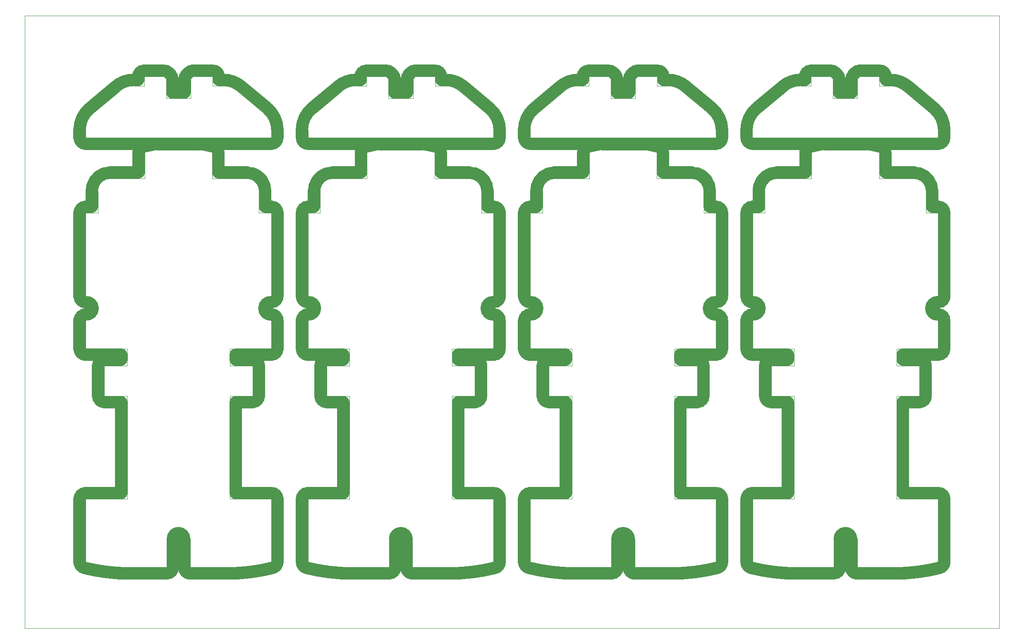
<source format=gko>
G04*
G04 #@! TF.GenerationSoftware,Altium Limited,Altium Designer,18.0.9 (584)*
G04*
G04 Layer_Color=16711935*
%FSLAX44Y44*%
%MOMM*%
G71*
G01*
G75*
%ADD80C,0.1000*%
%ADD155C,2.5000*%
D80*
X0Y0D02*
Y1255250D01*
X1995430D01*
Y0D02*
Y1255250D01*
X0Y0D02*
X1995430D01*
X175000Y921250D02*
G03*
X150807Y902550I0J-25000D01*
G01*
D02*
G03*
X150000Y896250I24193J-6300D01*
G01*
X480001D02*
G03*
X478732Y904113I-25000J0D01*
G01*
D02*
G03*
X455001Y921250I-23731J-7863D01*
G01*
X339001Y183634D02*
G03*
X291001Y183505I-24000J0D01*
G01*
X125000Y630714D02*
G03*
X125000Y680602I1673J24944D01*
G01*
X505001D02*
G03*
X505001Y630714I-1673J-24944D01*
G01*
X384301Y974948D02*
G03*
X360001Y980250I-69300J-259265D01*
G01*
X125000Y136112D02*
G03*
X215000Y125000I90000J358887D01*
G01*
X415001D02*
G03*
X505001Y136112I0J370000D01*
G01*
X270001Y980250D02*
G03*
X245700Y974948I45000J-264567D01*
G01*
X339001Y125000D02*
X415001D01*
X339001Y183634D02*
Y125000D01*
X215000D02*
X291001D01*
Y183505D02*
Y125000D01*
X245751Y974760D02*
Y921250D01*
X175000D02*
X245751D01*
X150000Y896250D02*
Y879644D01*
Y851250D01*
X125000D02*
X150000D01*
X125000D02*
Y680594D01*
X480001Y851250D02*
X505001D01*
X480001Y879132D02*
Y851250D01*
Y896250D02*
Y879132D01*
X384251Y921250D02*
X455001D01*
X384251Y974760D02*
Y921250D01*
X505001Y851250D02*
Y680594D01*
X125000Y630721D02*
Y573000D01*
X505001Y630721D02*
Y573000D01*
X125000D02*
X210000D01*
Y538200D01*
X163001D02*
X210000D01*
X163001D02*
Y476200D01*
X210000D01*
Y265000D01*
X125000D02*
X210000D01*
X420001D02*
X505001D01*
X420001Y476200D02*
Y265000D01*
Y476200D02*
X467001D01*
Y538200D02*
Y476200D01*
X420001Y538200D02*
X467001D01*
X420001Y573000D02*
Y538200D01*
Y573000D02*
X505001D01*
X270001Y980250D02*
X360001D01*
X505001Y265000D02*
Y136112D01*
X125000Y265000D02*
Y136112D01*
X630108Y921250D02*
G03*
X605915Y902550I0J-25000D01*
G01*
D02*
G03*
X605108Y896250I24193J-6300D01*
G01*
X935108D02*
G03*
X933839Y904113I-25000J0D01*
G01*
D02*
G03*
X910108Y921250I-23731J-7863D01*
G01*
X794108Y183634D02*
G03*
X746108Y183505I-24000J0D01*
G01*
X580107Y630714D02*
G03*
X580107Y680602I1673J24944D01*
G01*
X960109D02*
G03*
X960109Y630714I-1673J-24944D01*
G01*
X839408Y974948D02*
G03*
X815108Y980250I-69300J-259265D01*
G01*
X580108Y136112D02*
G03*
X670108Y125000I90000J358887D01*
G01*
X870108D02*
G03*
X960108Y136112I0J370000D01*
G01*
X725108Y980250D02*
G03*
X700808Y974948I45000J-264567D01*
G01*
X794108Y125000D02*
X870108D01*
X794108Y183634D02*
Y125000D01*
X670108D02*
X746108D01*
Y183505D02*
Y125000D01*
X700858Y974760D02*
Y921250D01*
X630108D02*
X700858D01*
X605108Y896250D02*
Y879644D01*
Y851250D01*
X580108D02*
X605108D01*
X580108D02*
Y680594D01*
X935108Y851250D02*
X960108D01*
X935108Y879132D02*
Y851250D01*
Y896250D02*
Y879132D01*
X839358Y921250D02*
X910108D01*
X839358Y974760D02*
Y921250D01*
X960108Y851250D02*
Y680594D01*
X580108Y630721D02*
Y573000D01*
X960108Y630721D02*
Y573000D01*
X580108D02*
X665108D01*
Y538200D01*
X618108D02*
X665108D01*
X618108D02*
Y476200D01*
X665108D01*
Y265000D01*
X580108D02*
X665108D01*
X875108D02*
X960108D01*
X875108Y476200D02*
Y265000D01*
Y476200D02*
X922108D01*
Y538200D02*
Y476200D01*
X875108Y538200D02*
X922108D01*
X875108Y573000D02*
Y538200D01*
Y573000D02*
X960108D01*
X725108Y980250D02*
X815108D01*
X960108Y265000D02*
Y136112D01*
X580108Y265000D02*
Y136112D01*
X1085216Y921250D02*
G03*
X1061022Y902550I0J-25000D01*
G01*
D02*
G03*
X1060215Y896250I24193J-6300D01*
G01*
X1390216D02*
G03*
X1388947Y904113I-25000J0D01*
G01*
D02*
G03*
X1365216Y921250I-23731J-7863D01*
G01*
X1249215Y183634D02*
G03*
X1201216Y183505I-24000J0D01*
G01*
X1035215Y630714D02*
G03*
X1035215Y680602I1673J24944D01*
G01*
X1415216D02*
G03*
X1415216Y630714I-1673J-24944D01*
G01*
X1294516Y974948D02*
G03*
X1270216Y980250I-69300J-259265D01*
G01*
X1035215Y136112D02*
G03*
X1125216Y125000I90000J358887D01*
G01*
X1325216D02*
G03*
X1415216Y136112I0J370000D01*
G01*
X1180216Y980250D02*
G03*
X1155915Y974948I45000J-264567D01*
G01*
X1249215Y125000D02*
X1325216D01*
X1249215Y183634D02*
Y125000D01*
X1125216D02*
X1201216D01*
Y183505D02*
Y125000D01*
X1155965Y974760D02*
Y921250D01*
X1085216D02*
X1155965D01*
X1060215Y896250D02*
Y879644D01*
Y851250D01*
X1035215D02*
X1060215D01*
X1035215D02*
Y680594D01*
X1390216Y851250D02*
X1415216D01*
X1390216Y879132D02*
Y851250D01*
Y896250D02*
Y879132D01*
X1294465Y921250D02*
X1365216D01*
X1294465Y974760D02*
Y921250D01*
X1415216Y851250D02*
Y680594D01*
X1035215Y630721D02*
Y573000D01*
X1415216Y630721D02*
Y573000D01*
X1035215D02*
X1120216D01*
Y538200D01*
X1073216D02*
X1120216D01*
X1073216D02*
Y476200D01*
X1120216D01*
Y265000D01*
X1035215D02*
X1120216D01*
X1330216D02*
X1415216D01*
X1330216Y476200D02*
Y265000D01*
Y476200D02*
X1377216D01*
Y538200D02*
Y476200D01*
X1330216Y538200D02*
X1377216D01*
X1330216Y573000D02*
Y538200D01*
Y573000D02*
X1415216D01*
X1180216Y980250D02*
X1270216D01*
X1415216Y265000D02*
Y136112D01*
X1035215Y265000D02*
Y136112D01*
X1540323Y921250D02*
G03*
X1516130Y902550I0J-25000D01*
G01*
D02*
G03*
X1515323Y896250I24193J-6300D01*
G01*
X1845323D02*
G03*
X1844055Y904113I-25000J0D01*
G01*
D02*
G03*
X1820323Y921250I-23731J-7863D01*
G01*
X1704323Y183634D02*
G03*
X1656323Y183505I-24000J0D01*
G01*
X1490322Y630714D02*
G03*
X1490322Y680602I1673J24944D01*
G01*
X1870324D02*
G03*
X1870324Y630714I-1673J-24944D01*
G01*
X1749623Y974948D02*
G03*
X1725323Y980250I-69300J-259265D01*
G01*
X1490323Y136112D02*
G03*
X1580323Y125000I90000J358887D01*
G01*
X1780323D02*
G03*
X1870323Y136112I0J370000D01*
G01*
X1635323Y980250D02*
G03*
X1611023Y974948I45000J-264567D01*
G01*
X1704323Y125000D02*
X1780323D01*
X1704323Y183634D02*
Y125000D01*
X1580323D02*
X1656323D01*
Y183505D02*
Y125000D01*
X1611073Y974760D02*
Y921250D01*
X1540323D02*
X1611073D01*
X1515323Y896250D02*
Y879644D01*
Y851250D01*
X1490323D02*
X1515323D01*
X1490323D02*
Y680594D01*
X1845323Y851250D02*
X1870323D01*
X1845323Y879132D02*
Y851250D01*
Y896250D02*
Y879132D01*
X1749573Y921250D02*
X1820323D01*
X1749573Y974760D02*
Y921250D01*
X1870323Y851250D02*
Y680594D01*
X1490323Y630721D02*
Y573000D01*
X1870323Y630721D02*
Y573000D01*
X1490323D02*
X1575323D01*
Y538200D01*
X1528323D02*
X1575323D01*
X1528323D02*
Y476200D01*
X1575323D01*
Y265000D01*
X1490323D02*
X1575323D01*
X1785323D02*
X1870323D01*
X1785323Y476200D02*
Y265000D01*
Y476200D02*
X1832323D01*
Y538200D02*
Y476200D01*
X1785323Y538200D02*
X1832323D01*
X1785323Y573000D02*
Y538200D01*
Y573000D02*
X1870323D01*
X1635323Y980250D02*
X1725323D01*
X1870323Y265000D02*
Y136112D01*
X1490323Y265000D02*
Y136112D01*
X435296Y1100722D02*
G03*
X406371Y1111250I-28925J-34472D01*
G01*
X504999Y1021250D02*
G03*
X488925Y1055722I-45000J0D01*
G01*
X141074Y1055722D02*
G03*
X125000Y1021250I28925J-34472D01*
G01*
X223629Y1111250D02*
G03*
X194703Y1100722I0J-45000D01*
G01*
X290000Y1085450D02*
X340000D01*
Y1125250D02*
Y1085450D01*
X345000Y1130250D02*
X340000Y1125250D01*
X345000Y1130250D02*
X385000D01*
Y1111250D01*
X406371D01*
X435296Y1100722D02*
X488925Y1055722D01*
X504999Y1021250D02*
Y1005250D01*
X125000D02*
X504999D01*
X125000Y1021250D02*
Y1005250D01*
X194703Y1100722D02*
X141074Y1055722D01*
X223629Y1111250D02*
X245000D01*
Y1130250D02*
Y1111250D01*
Y1130250D02*
X285000D01*
X290000Y1125250D01*
Y1085450D01*
X890295Y1100722D02*
G03*
X861370Y1111250I-28925J-34472D01*
G01*
X959998Y1021250D02*
G03*
X943924Y1055722I-45000J0D01*
G01*
X596074Y1055722D02*
G03*
X579999Y1021250I28925J-34472D01*
G01*
X678628Y1111250D02*
G03*
X649703Y1100722I0J-45000D01*
G01*
X744999Y1085450D02*
X794999D01*
Y1125250D02*
Y1085450D01*
X799999Y1130250D02*
X794999Y1125250D01*
X799999Y1130250D02*
X839999D01*
Y1111250D01*
X861370D01*
X890295Y1100722D02*
X943924Y1055722D01*
X959998Y1021250D02*
Y1005250D01*
X579999D02*
X959998D01*
X579999Y1021250D02*
Y1005250D01*
X649703Y1100722D02*
X596074Y1055722D01*
X678628Y1111250D02*
X699999D01*
Y1130250D02*
Y1111250D01*
Y1130250D02*
X739999D01*
X744999Y1125250D01*
Y1085450D01*
X1345294Y1100722D02*
G03*
X1316369Y1111250I-28925J-34472D01*
G01*
X1414998Y1021250D02*
G03*
X1398923Y1055722I-45000J0D01*
G01*
X1051073Y1055722D02*
G03*
X1034998Y1021250I28925J-34472D01*
G01*
X1133627Y1111250D02*
G03*
X1104702Y1100722I0J-45000D01*
G01*
X1199998Y1085450D02*
X1249998D01*
Y1125250D02*
Y1085450D01*
X1254998Y1130250D02*
X1249998Y1125250D01*
X1254998Y1130250D02*
X1294998D01*
Y1111250D01*
X1316369D01*
X1345294Y1100722D02*
X1398923Y1055722D01*
X1414998Y1021250D02*
Y1005250D01*
X1034998D02*
X1414998D01*
X1034998Y1021250D02*
Y1005250D01*
X1104702Y1100722D02*
X1051073Y1055722D01*
X1133627Y1111250D02*
X1154998D01*
Y1130250D02*
Y1111250D01*
Y1130250D02*
X1194998D01*
X1199998Y1125250D01*
Y1085450D01*
X1800293Y1100722D02*
G03*
X1771368Y1111250I-28925J-34472D01*
G01*
X1869997Y1021250D02*
G03*
X1853922Y1055722I-45000J0D01*
G01*
X1506072Y1055722D02*
G03*
X1489998Y1021250I28925J-34472D01*
G01*
X1588626Y1111250D02*
G03*
X1559701Y1100722I0J-45000D01*
G01*
X1654997Y1085450D02*
X1704997D01*
Y1125250D02*
Y1085450D01*
X1709997Y1130250D02*
X1704997Y1125250D01*
X1709997Y1130250D02*
X1749997D01*
Y1111250D01*
X1771368D01*
X1800293Y1100722D02*
X1853922Y1055722D01*
X1869997Y1021250D02*
Y1005250D01*
X1489998D02*
X1869997D01*
X1489998Y1021250D02*
Y1005250D01*
X1559701Y1100722D02*
X1506072Y1055722D01*
X1588626Y1111250D02*
X1609997D01*
Y1130250D02*
Y1111250D01*
Y1130250D02*
X1649997D01*
X1654997Y1125250D01*
Y1085450D01*
D155*
X242472Y987024D02*
G03*
X233250Y973828I3228J-12076D01*
G01*
X175000Y933750D02*
G03*
X138710Y905700I0J-37500D01*
G01*
D02*
G03*
X137500Y896250I36290J-9450D01*
G01*
X267904Y992573D02*
G03*
X242472Y987024I47096J-276890D01*
G01*
D02*
G03*
X233250Y973828I3228J-12076D01*
G01*
X270001Y992750D02*
G03*
X267904Y992573I0J-12500D01*
G01*
X362097D02*
G03*
X360001Y992750I-2096J-12323D01*
G01*
X125000Y863750D02*
G03*
X112500Y851250I0J-12500D01*
G01*
Y680711D02*
G03*
X112527Y679781I12500J-110D01*
G01*
D02*
G03*
X112527Y679778I12473J820D01*
G01*
D02*
G03*
X112527Y679774I12473J824D01*
G01*
X112500Y680711D02*
G03*
X112527Y679781I12500J-110D01*
G01*
X125000Y863750D02*
G03*
X112500Y851250I0J-12500D01*
G01*
X112527Y679781D02*
G03*
X112527Y679778I12474J813D01*
G01*
D02*
G03*
X112527Y679774I12474J816D01*
G01*
D02*
G03*
X125000Y668094I12473J820D01*
G01*
X112527Y631541D02*
G03*
X112527Y631537I12473J-827D01*
G01*
D02*
G03*
X112527Y631534I12473J-824D01*
G01*
D02*
G03*
X112500Y630604I12473J-820D01*
G01*
X126140Y643169D02*
G03*
X112527Y631541I-1139J-12448D01*
G01*
D02*
G03*
X112527Y631537I12473J-820D01*
G01*
D02*
G03*
X112527Y631534I12474J-816D01*
G01*
X112527Y679774D02*
G03*
X125000Y668094I12473J820D01*
G01*
X126140Y643169D02*
G03*
X112527Y631541I-1139J-12448D01*
G01*
X125000Y668094D02*
G03*
X126140Y668146I0J12500D01*
G01*
X125000Y668094D02*
G03*
X126140Y668146I0J12500D01*
G01*
X126673Y643158D02*
G03*
X126140Y668146I0J12500D01*
G01*
X387529Y987024D02*
G03*
X362097Y992573I-72528J-271341D01*
G01*
X396751Y973828D02*
G03*
X387529Y987024I-12450J1120D01*
G01*
X396751Y973828D02*
G03*
X387529Y987024I-12450J1120D01*
G01*
X490598Y908044D02*
G03*
X455001Y933750I-35597J-11794D01*
G01*
X492501Y896250D02*
G03*
X490598Y908044I-37500J0D01*
G01*
X492501Y896225D02*
G03*
X492501Y896250I-12500J25D01*
G01*
X492501Y896225D02*
G03*
X492501Y896250I-12500J25D01*
G01*
X503861Y668146D02*
G03*
X503328Y643158I-534J-12488D01*
G01*
X503861Y668146D02*
G03*
X505001Y668094I1139J12448D01*
G01*
X503328Y643158D02*
G03*
X503861Y643169I0J12500D01*
G01*
X505001Y643221D02*
G03*
X503861Y643169I0J-12500D01*
G01*
X517501Y851250D02*
G03*
X505001Y863750I-12500J0D01*
G01*
X503861Y668146D02*
G03*
X505001Y668094I1139J12448D01*
G01*
X517501Y851250D02*
G03*
X505001Y863750I-12500J0D01*
G01*
X505107Y668094D02*
G03*
X517501Y682225I0J12500D01*
G01*
X505054Y668094D02*
G03*
X505107Y668094I53J12500D01*
G01*
X505001D02*
G03*
X505054Y668094I0J12500D01*
G01*
Y643221D02*
G03*
X505001Y643221I-53J-12500D01*
G01*
D02*
G03*
X503861Y643169I0J-12500D01*
G01*
X517501Y629091D02*
G03*
X505107Y643221I-12393J1630D01*
G01*
D02*
G03*
X505054Y643221I0J-12500D01*
G01*
X505107Y668094D02*
G03*
X517501Y682225I0J12500D01*
G01*
Y629091D02*
G03*
X505107Y643221I-12393J1630D01*
G01*
X112527Y631534D02*
G03*
X112500Y630604I12473J-820D01*
G01*
X126140Y643169D02*
G03*
X126673Y643158I534J12488D01*
G01*
X112500Y573000D02*
G03*
X125000Y560500I12500J0D01*
G01*
X112500Y573000D02*
G03*
X125000Y560500I12500J0D01*
G01*
X163001Y550700D02*
G03*
X150500Y538200I0J-12500D01*
G01*
Y476200D02*
G03*
X163001Y463700I12500J0D01*
G01*
X150500Y476200D02*
G03*
X163001Y463700I12500J0D01*
G01*
Y550700D02*
G03*
X150500Y538200I0J-12500D01*
G01*
X125000Y277500D02*
G03*
X112500Y265000I0J-12500D01*
G01*
X125000Y277500D02*
G03*
X112500Y265000I0J-12500D01*
G01*
Y136112D02*
G03*
X121960Y123988I12500J0D01*
G01*
X112500Y136112D02*
G03*
X121960Y123988I12500J0D01*
G01*
D02*
G03*
X215000Y112499I93041J371012D01*
G01*
X303501Y183505D02*
G03*
X303501Y183590I-12500J0D01*
G01*
X291001Y112499D02*
G03*
X303501Y125000I0J12500D01*
G01*
X291001Y112499D02*
G03*
X303501Y125000I0J12500D01*
G01*
X505001Y560500D02*
G03*
X517501Y573000I0J12500D01*
G01*
X479501Y538200D02*
G03*
X467001Y550700I-12500J0D01*
G01*
X479501Y538200D02*
G03*
X467001Y550700I-12500J0D01*
G01*
X505001Y560500D02*
G03*
X517501Y573000I0J12500D01*
G01*
X467001Y463700D02*
G03*
X479501Y476200I0J12500D01*
G01*
X467001Y463700D02*
G03*
X479501Y476200I0J12500D01*
G01*
X326500Y183634D02*
G03*
X303501Y183590I-11500J0D01*
G01*
D02*
G03*
X303501Y183572I11500J44D01*
G01*
X303501Y183505D02*
G03*
X303501Y183572I-12500J0D01*
G01*
X326500Y125000D02*
G03*
X339001Y112499I12500J0D01*
G01*
X326500Y125000D02*
G03*
X339001Y112499I12500J0D01*
G01*
X517501Y265000D02*
G03*
X505001Y277500I-12500J0D01*
G01*
X517501Y265000D02*
G03*
X505001Y277500I-12500J0D01*
G01*
X415001Y112499D02*
G03*
X508041Y123988I0J382500D01*
G01*
D02*
G03*
X517501Y136112I-3041J12125D01*
G01*
X508041Y123988D02*
G03*
X517501Y136112I-3041J12125D01*
G01*
X504999Y992750D02*
G03*
X517499Y1005250I0J12500D01*
G01*
X504999Y992750D02*
G03*
X517499Y1005250I0J12500D01*
G01*
Y1021250D02*
G03*
X496959Y1065298I-57500J0D01*
G01*
X112499Y1005250D02*
G03*
X125000Y992750I12500J0D01*
G01*
X112499Y1005250D02*
G03*
X125000Y992750I12500J0D01*
G01*
X133039Y1065298D02*
G03*
X112499Y1021250I36960J-44048D01*
G01*
X443330Y1110298D02*
G03*
X406370Y1123750I-36960J-44048D01*
G01*
X397499Y1130250D02*
G03*
X384999Y1142750I-12500J0D01*
G01*
X397499Y1130250D02*
G03*
X384999Y1142750I-12500J0D01*
G01*
X344999D02*
G03*
X336160Y1139089I0J-12500D01*
G01*
X331160Y1134089D02*
G03*
X327499Y1125250I8839J-8839D01*
G01*
X331170Y1134098D02*
G03*
X327499Y1125250I8830J-8848D01*
G01*
X344999Y1142750D02*
G03*
X336150Y1139079I0J-12500D01*
G01*
X223653Y1123750D02*
G03*
X223628Y1123750I-25J-12500D01*
G01*
X186668Y1110298D02*
G03*
X186645Y1110279I8035J-9576D01*
G01*
X223628Y1123750D02*
G03*
X186668Y1110298I0J-57500D01*
G01*
D02*
G03*
X186645Y1110279I8035J-9576D01*
G01*
X302499Y1125250D02*
G03*
X298838Y1134089I-12500J0D01*
G01*
X302499Y1125250D02*
G03*
X298838Y1134089I-12500J0D01*
G01*
X293838Y1139089D02*
G03*
X284999Y1142750I-8839J-8839D01*
G01*
X293838Y1139089D02*
G03*
X284999Y1142750I-8839J-8839D01*
G01*
X223653Y1123750D02*
G03*
X223628Y1123750I-25J-12500D01*
G01*
X244999Y1142750D02*
G03*
X232499Y1130250I0J-12500D01*
G01*
X244999Y1142750D02*
G03*
X232499Y1130250I0J-12500D01*
G01*
X700107Y1142750D02*
G03*
X687606Y1130250I0J-12500D01*
G01*
X700107Y1142750D02*
G03*
X687606Y1130250I0J-12500D01*
G01*
X678761Y1123750D02*
G03*
X678736Y1123750I-25J-12500D01*
G01*
X748946Y1139089D02*
G03*
X740107Y1142750I-8839J-8839D01*
G01*
X748946Y1139089D02*
G03*
X740107Y1142750I-8839J-8839D01*
G01*
X757607Y1125250D02*
G03*
X753946Y1134089I-12500J0D01*
G01*
X757607Y1125250D02*
G03*
X753946Y1134089I-12500J0D01*
G01*
X641775Y1110298D02*
G03*
X641752Y1110279I8035J-9576D01*
G01*
X678736Y1123750D02*
G03*
X641775Y1110298I0J-57500D01*
G01*
D02*
G03*
X641752Y1110279I8035J-9576D01*
G01*
X678761Y1123750D02*
G03*
X678736Y1123750I-25J-12500D01*
G01*
X800107Y1142750D02*
G03*
X791258Y1139079I0J-12500D01*
G01*
X786277Y1134098D02*
G03*
X782606Y1125250I8830J-8848D01*
G01*
X786267Y1134089D02*
G03*
X782606Y1125250I8839J-8839D01*
G01*
X800107Y1142750D02*
G03*
X791267Y1139089I0J-12500D01*
G01*
X852607Y1130250D02*
G03*
X840106Y1142750I-12500J0D01*
G01*
X852607Y1130250D02*
G03*
X840106Y1142750I-12500J0D01*
G01*
X898438Y1110298D02*
G03*
X861477Y1123750I-36960J-44048D01*
G01*
X588146Y1065298D02*
G03*
X567607Y1021250I36960J-44048D01*
G01*
Y1005250D02*
G03*
X580107Y992750I12500J0D01*
G01*
X567607Y1005250D02*
G03*
X580107Y992750I12500J0D01*
G01*
X972606Y1021250D02*
G03*
X952067Y1065298I-57500J0D01*
G01*
X960106Y992750D02*
G03*
X972606Y1005250I0J12500D01*
G01*
X960106Y992750D02*
G03*
X972606Y1005250I0J12500D01*
G01*
X963149Y123988D02*
G03*
X972608Y136112I-3041J12125D01*
G01*
X963149Y123988D02*
G03*
X972608Y136112I-3041J12125D01*
G01*
X870108Y112499D02*
G03*
X963149Y123988I0J382500D01*
G01*
X972608Y265000D02*
G03*
X960108Y277500I-12500J0D01*
G01*
X972608Y265000D02*
G03*
X960108Y277500I-12500J0D01*
G01*
X781608Y125000D02*
G03*
X794108Y112499I12500J0D01*
G01*
X781608Y125000D02*
G03*
X794108Y112499I12500J0D01*
G01*
X758609Y183505D02*
G03*
X758608Y183572I-12500J0D01*
G01*
X758608Y183590D02*
G03*
X758608Y183572I11500J44D01*
G01*
X781608Y183634D02*
G03*
X758608Y183590I-11500J0D01*
G01*
X922108Y463700D02*
G03*
X934609Y476200I0J12500D01*
G01*
X922108Y463700D02*
G03*
X934609Y476200I0J12500D01*
G01*
X960108Y560500D02*
G03*
X972608Y573000I0J12500D01*
G01*
X934609Y538200D02*
G03*
X922108Y550700I-12500J0D01*
G01*
X934609Y538200D02*
G03*
X922108Y550700I-12500J0D01*
G01*
X960108Y560500D02*
G03*
X972608Y573000I0J12500D01*
G01*
X746108Y112499D02*
G03*
X758609Y125000I0J12500D01*
G01*
X746108Y112499D02*
G03*
X758609Y125000I0J12500D01*
G01*
Y183505D02*
G03*
X758608Y183590I-12500J0D01*
G01*
X577067Y123988D02*
G03*
X670108Y112499I93041J371012D01*
G01*
X567608Y136112D02*
G03*
X577067Y123988I12500J0D01*
G01*
X567608Y136112D02*
G03*
X577067Y123988I12500J0D01*
G01*
X580108Y277500D02*
G03*
X567608Y265000I0J-12500D01*
G01*
X580108Y277500D02*
G03*
X567608Y265000I0J-12500D01*
G01*
X618108Y550700D02*
G03*
X605608Y538200I0J-12500D01*
G01*
Y476200D02*
G03*
X618108Y463700I12500J0D01*
G01*
X605608Y476200D02*
G03*
X618108Y463700I12500J0D01*
G01*
Y550700D02*
G03*
X605608Y538200I0J-12500D01*
G01*
X567608Y573000D02*
G03*
X580108Y560500I12500J0D01*
G01*
X567608Y573000D02*
G03*
X580108Y560500I12500J0D01*
G01*
X581247Y643169D02*
G03*
X581781Y643158I534J12488D01*
G01*
X567634Y631534D02*
G03*
X567608Y630604I12473J-820D01*
G01*
X972608Y629091D02*
G03*
X960215Y643221I-12393J1630D01*
G01*
Y668094D02*
G03*
X972608Y682225I0J12500D01*
G01*
X960215Y643221D02*
G03*
X960162Y643221I0J-12500D01*
G01*
X972608Y629091D02*
G03*
X960215Y643221I-12393J1630D01*
G01*
X960108D02*
G03*
X958969Y643169I0J-12500D01*
G01*
X960162Y643221D02*
G03*
X960108Y643221I-53J-12500D01*
G01*
Y668094D02*
G03*
X960162Y668094I0J12500D01*
G01*
D02*
G03*
X960215Y668094I53J12500D01*
G01*
D02*
G03*
X972608Y682225I0J12500D01*
G01*
Y851250D02*
G03*
X960108Y863750I-12500J0D01*
G01*
X958969Y668146D02*
G03*
X960108Y668094I1139J12448D01*
G01*
X972608Y851250D02*
G03*
X960108Y863750I-12500J0D01*
G01*
Y643221D02*
G03*
X958969Y643169I0J-12500D01*
G01*
X958435Y643158D02*
G03*
X958969Y643169I0J12500D01*
G01*
Y668146D02*
G03*
X960108Y668094I1139J12448D01*
G01*
X958969Y668146D02*
G03*
X958435Y643158I-534J-12488D01*
G01*
X947608Y896225D02*
G03*
X947608Y896250I-12500J25D01*
G01*
X947608Y896225D02*
G03*
X947608Y896250I-12500J25D01*
G01*
D02*
G03*
X945705Y908044I-37500J0D01*
G01*
D02*
G03*
X910108Y933750I-35597J-11794D01*
G01*
X851858Y973828D02*
G03*
X842636Y987024I-12450J1120D01*
G01*
X851858Y973828D02*
G03*
X842636Y987024I-12450J1120D01*
G01*
D02*
G03*
X817204Y992573I-72528J-271341D01*
G01*
X581781Y643158D02*
G03*
X581247Y668146I0J12500D01*
G01*
X580108Y668094D02*
G03*
X581247Y668146I0J12500D01*
G01*
X580108Y668094D02*
G03*
X581247Y668146I0J12500D01*
G01*
Y643169D02*
G03*
X567635Y631541I-1139J-12448D01*
G01*
Y679774D02*
G03*
X580108Y668094I12473J820D01*
G01*
X567634Y631537D02*
G03*
X567634Y631534I12474J-816D01*
G01*
X567635Y631541D02*
G03*
X567634Y631537I12473J-820D01*
G01*
X581247Y643169D02*
G03*
X567635Y631541I-1139J-12448D01*
G01*
X567634Y631534D02*
G03*
X567608Y630604I12473J-820D01*
G01*
X567634Y631537D02*
G03*
X567634Y631534I12473J-824D01*
G01*
X567635Y631541D02*
G03*
X567634Y631537I12473J-827D01*
G01*
X567635Y679774D02*
G03*
X580108Y668094I12473J820D01*
G01*
X567634Y679778D02*
G03*
X567635Y679774I12474J816D01*
G01*
X567634Y679781D02*
G03*
X567634Y679778I12474J813D01*
G01*
X580108Y863750D02*
G03*
X567608Y851250I0J-12500D01*
G01*
Y680711D02*
G03*
X567634Y679781I12500J-110D01*
G01*
X567634Y679778D02*
G03*
X567635Y679774I12473J824D01*
G01*
X567634Y679781D02*
G03*
X567634Y679778I12473J820D01*
G01*
X567608Y680711D02*
G03*
X567634Y679781I12500J-110D01*
G01*
X580108Y863750D02*
G03*
X567608Y851250I0J-12500D01*
G01*
X817204Y992573D02*
G03*
X815108Y992750I-2096J-12323D01*
G01*
X725108D02*
G03*
X723012Y992573I0J-12500D01*
G01*
X697580Y987024D02*
G03*
X688358Y973828I3228J-12076D01*
G01*
X723012Y992573D02*
G03*
X697580Y987024I47096J-276890D01*
G01*
X593818Y905700D02*
G03*
X592608Y896250I36290J-9450D01*
G01*
X630108Y933750D02*
G03*
X593818Y905700I0J-37500D01*
G01*
X697580Y987024D02*
G03*
X688358Y973828I3228J-12076D01*
G01*
X1152687Y987024D02*
G03*
X1143465Y973828I3228J-12076D01*
G01*
X1085216Y933750D02*
G03*
X1048925Y905700I0J-37500D01*
G01*
D02*
G03*
X1047715Y896250I36290J-9450D01*
G01*
X1178120Y992573D02*
G03*
X1152687Y987024I47096J-276890D01*
G01*
D02*
G03*
X1143465Y973828I3228J-12076D01*
G01*
X1180216Y992750D02*
G03*
X1178119Y992573I0J-12500D01*
G01*
X1272312D02*
G03*
X1270216Y992750I-2096J-12323D01*
G01*
X1035215Y863750D02*
G03*
X1022715Y851250I0J-12500D01*
G01*
Y680711D02*
G03*
X1022742Y679781I12500J-110D01*
G01*
D02*
G03*
X1022742Y679778I12473J820D01*
G01*
D02*
G03*
X1022742Y679774I12473J824D01*
G01*
X1022715Y680711D02*
G03*
X1022742Y679781I12500J-110D01*
G01*
X1035215Y863750D02*
G03*
X1022715Y851250I0J-12500D01*
G01*
X1022742Y679781D02*
G03*
X1022742Y679778I12474J813D01*
G01*
D02*
G03*
X1022742Y679774I12474J816D01*
G01*
D02*
G03*
X1035215Y668094I12473J820D01*
G01*
X1022742Y631541D02*
G03*
X1022742Y631537I12473J-827D01*
G01*
D02*
G03*
X1022742Y631534I12473J-824D01*
G01*
D02*
G03*
X1022715Y630604I12473J-820D01*
G01*
X1036355Y643169D02*
G03*
X1022742Y631541I-1139J-12448D01*
G01*
D02*
G03*
X1022742Y631537I12473J-820D01*
G01*
D02*
G03*
X1022742Y631534I12474J-816D01*
G01*
X1022742Y679774D02*
G03*
X1035215Y668094I12473J820D01*
G01*
X1036355Y643169D02*
G03*
X1022742Y631541I-1139J-12448D01*
G01*
X1035215Y668094D02*
G03*
X1036355Y668146I0J12500D01*
G01*
X1035215Y668094D02*
G03*
X1036355Y668146I0J12500D01*
G01*
X1036889Y643158D02*
G03*
X1036355Y668146I0J12500D01*
G01*
X1297744Y987024D02*
G03*
X1272312Y992573I-72528J-271341D01*
G01*
X1306966Y973828D02*
G03*
X1297744Y987024I-12450J1120D01*
G01*
X1306966Y973828D02*
G03*
X1297744Y987024I-12450J1120D01*
G01*
X1400813Y908044D02*
G03*
X1365216Y933750I-35597J-11794D01*
G01*
X1402716Y896250D02*
G03*
X1400813Y908044I-37500J0D01*
G01*
X1402716Y896225D02*
G03*
X1402716Y896250I-12500J25D01*
G01*
X1402716Y896225D02*
G03*
X1402716Y896250I-12500J25D01*
G01*
X1414076Y668146D02*
G03*
X1413543Y643158I-534J-12488D01*
G01*
X1414076Y668146D02*
G03*
X1415216Y668094I1139J12448D01*
G01*
X1413543Y643158D02*
G03*
X1414076Y643169I0J12500D01*
G01*
X1415216Y643221D02*
G03*
X1414076Y643169I0J-12500D01*
G01*
X1427716Y851250D02*
G03*
X1415216Y863750I-12500J0D01*
G01*
X1414076Y668146D02*
G03*
X1415216Y668094I1139J12448D01*
G01*
X1427716Y851250D02*
G03*
X1415216Y863750I-12500J0D01*
G01*
X1415322Y668094D02*
G03*
X1427716Y682225I0J12500D01*
G01*
X1415269Y668094D02*
G03*
X1415322Y668094I53J12500D01*
G01*
X1415216D02*
G03*
X1415269Y668094I0J12500D01*
G01*
Y643221D02*
G03*
X1415216Y643221I-53J-12500D01*
G01*
D02*
G03*
X1414076Y643169I0J-12500D01*
G01*
X1427716Y629091D02*
G03*
X1415322Y643221I-12393J1630D01*
G01*
D02*
G03*
X1415269Y643221I0J-12500D01*
G01*
X1415322Y668094D02*
G03*
X1427716Y682225I0J12500D01*
G01*
Y629091D02*
G03*
X1415322Y643221I-12393J1630D01*
G01*
X1022742Y631534D02*
G03*
X1022715Y630604I12473J-820D01*
G01*
X1036355Y643169D02*
G03*
X1036889Y643158I534J12488D01*
G01*
X1022715Y573000D02*
G03*
X1035215Y560500I12500J0D01*
G01*
X1022715Y573000D02*
G03*
X1035215Y560500I12500J0D01*
G01*
X1073216Y550700D02*
G03*
X1060715Y538200I0J-12500D01*
G01*
Y476200D02*
G03*
X1073216Y463700I12500J0D01*
G01*
X1060715Y476200D02*
G03*
X1073216Y463700I12500J0D01*
G01*
Y550700D02*
G03*
X1060715Y538200I0J-12500D01*
G01*
X1035215Y277500D02*
G03*
X1022715Y265000I0J-12500D01*
G01*
X1035215Y277500D02*
G03*
X1022715Y265000I0J-12500D01*
G01*
Y136112D02*
G03*
X1032175Y123988I12500J0D01*
G01*
X1022715Y136112D02*
G03*
X1032175Y123988I12500J0D01*
G01*
D02*
G03*
X1125216Y112499I93041J371012D01*
G01*
X1213716Y183505D02*
G03*
X1213716Y183590I-12500J0D01*
G01*
X1201216Y112499D02*
G03*
X1213716Y125000I0J12500D01*
G01*
X1201216Y112499D02*
G03*
X1213716Y125000I0J12500D01*
G01*
X1415216Y560500D02*
G03*
X1427716Y573000I0J12500D01*
G01*
X1389716Y538200D02*
G03*
X1377216Y550700I-12500J0D01*
G01*
X1389716Y538200D02*
G03*
X1377216Y550700I-12500J0D01*
G01*
X1415216Y560500D02*
G03*
X1427716Y573000I0J12500D01*
G01*
X1377216Y463700D02*
G03*
X1389716Y476200I0J12500D01*
G01*
X1377216Y463700D02*
G03*
X1389716Y476200I0J12500D01*
G01*
X1236715Y183634D02*
G03*
X1213716Y183590I-11500J0D01*
G01*
D02*
G03*
X1213716Y183572I11500J44D01*
G01*
X1213716Y183505D02*
G03*
X1213716Y183572I-12500J0D01*
G01*
X1236715Y125000D02*
G03*
X1249215Y112499I12500J0D01*
G01*
X1236715Y125000D02*
G03*
X1249215Y112499I12500J0D01*
G01*
X1427716Y265000D02*
G03*
X1415216Y277500I-12500J0D01*
G01*
X1427716Y265000D02*
G03*
X1415216Y277500I-12500J0D01*
G01*
X1325216Y112499D02*
G03*
X1418256Y123988I0J382500D01*
G01*
D02*
G03*
X1427716Y136112I-3041J12125D01*
G01*
X1418256Y123988D02*
G03*
X1427716Y136112I-3041J12125D01*
G01*
X1415214Y992750D02*
G03*
X1427714Y1005250I0J12500D01*
G01*
X1415214Y992750D02*
G03*
X1427714Y1005250I0J12500D01*
G01*
Y1021250D02*
G03*
X1407174Y1065298I-57500J0D01*
G01*
X1022714Y1005250D02*
G03*
X1035214Y992750I12500J0D01*
G01*
X1022714Y1005250D02*
G03*
X1035214Y992750I12500J0D01*
G01*
X1043254Y1065298D02*
G03*
X1022714Y1021250I36960J-44048D01*
G01*
X1353545Y1110298D02*
G03*
X1316585Y1123750I-36960J-44048D01*
G01*
X1307714Y1130250D02*
G03*
X1295214Y1142750I-12500J0D01*
G01*
X1307714Y1130250D02*
G03*
X1295214Y1142750I-12500J0D01*
G01*
X1255214D02*
G03*
X1246375Y1139089I0J-12500D01*
G01*
X1241375Y1134089D02*
G03*
X1237714Y1125250I8839J-8839D01*
G01*
X1241385Y1134098D02*
G03*
X1237714Y1125250I8830J-8848D01*
G01*
X1255214Y1142750D02*
G03*
X1246365Y1139079I0J-12500D01*
G01*
X1133868Y1123750D02*
G03*
X1133843Y1123750I-25J-12500D01*
G01*
X1096883Y1110298D02*
G03*
X1096860Y1110279I8035J-9576D01*
G01*
X1133843Y1123750D02*
G03*
X1096883Y1110298I0J-57500D01*
G01*
D02*
G03*
X1096860Y1110279I8035J-9576D01*
G01*
X1212714Y1125250D02*
G03*
X1209053Y1134089I-12500J0D01*
G01*
X1212714Y1125250D02*
G03*
X1209053Y1134089I-12500J0D01*
G01*
X1204053Y1139089D02*
G03*
X1195214Y1142750I-8839J-8839D01*
G01*
X1204053Y1139089D02*
G03*
X1195214Y1142750I-8839J-8839D01*
G01*
X1133868Y1123750D02*
G03*
X1133843Y1123750I-25J-12500D01*
G01*
X1155214Y1142750D02*
G03*
X1142714Y1130250I0J-12500D01*
G01*
X1155214Y1142750D02*
G03*
X1142714Y1130250I0J-12500D01*
G01*
X1610322Y1142750D02*
G03*
X1597821Y1130250I0J-12500D01*
G01*
X1610322Y1142750D02*
G03*
X1597821Y1130250I0J-12500D01*
G01*
X1588976Y1123750D02*
G03*
X1588951Y1123750I-25J-12500D01*
G01*
X1659161Y1139089D02*
G03*
X1650322Y1142750I-8839J-8839D01*
G01*
X1659161Y1139089D02*
G03*
X1650322Y1142750I-8839J-8839D01*
G01*
X1667822Y1125250D02*
G03*
X1664161Y1134089I-12500J0D01*
G01*
X1667822Y1125250D02*
G03*
X1664161Y1134089I-12500J0D01*
G01*
X1551990Y1110298D02*
G03*
X1551967Y1110279I8035J-9576D01*
G01*
X1588951Y1123750D02*
G03*
X1551990Y1110298I0J-57500D01*
G01*
D02*
G03*
X1551967Y1110279I8035J-9576D01*
G01*
X1588976Y1123750D02*
G03*
X1588951Y1123750I-25J-12500D01*
G01*
X1710321Y1142750D02*
G03*
X1701473Y1139079I0J-12500D01*
G01*
X1696492Y1134098D02*
G03*
X1692821Y1125250I8830J-8848D01*
G01*
X1696482Y1134089D02*
G03*
X1692821Y1125250I8839J-8839D01*
G01*
X1710321Y1142750D02*
G03*
X1701482Y1139089I0J-12500D01*
G01*
X1762822Y1130250D02*
G03*
X1750321Y1142750I-12500J0D01*
G01*
X1762822Y1130250D02*
G03*
X1750321Y1142750I-12500J0D01*
G01*
X1808653Y1110298D02*
G03*
X1771692Y1123750I-36960J-44048D01*
G01*
X1498361Y1065298D02*
G03*
X1477822Y1021250I36960J-44048D01*
G01*
Y1005250D02*
G03*
X1490322Y992750I12500J0D01*
G01*
X1477822Y1005250D02*
G03*
X1490322Y992750I12500J0D01*
G01*
X1882821Y1021250D02*
G03*
X1862282Y1065298I-57500J0D01*
G01*
X1870321Y992750D02*
G03*
X1882821Y1005250I0J12500D01*
G01*
X1870321Y992750D02*
G03*
X1882821Y1005250I0J12500D01*
G01*
X1873364Y123988D02*
G03*
X1882823Y136112I-3041J12125D01*
G01*
X1873364Y123988D02*
G03*
X1882823Y136112I-3041J12125D01*
G01*
X1780323Y112499D02*
G03*
X1873364Y123988I0J382500D01*
G01*
X1882823Y265000D02*
G03*
X1870323Y277500I-12500J0D01*
G01*
X1882823Y265000D02*
G03*
X1870323Y277500I-12500J0D01*
G01*
X1691823Y125000D02*
G03*
X1704323Y112499I12500J0D01*
G01*
X1691823Y125000D02*
G03*
X1704323Y112499I12500J0D01*
G01*
X1668824Y183505D02*
G03*
X1668823Y183572I-12500J0D01*
G01*
X1668823Y183590D02*
G03*
X1668823Y183572I11500J44D01*
G01*
X1691823Y183634D02*
G03*
X1668823Y183590I-11500J0D01*
G01*
X1832323Y463700D02*
G03*
X1844823Y476200I0J12500D01*
G01*
X1832323Y463700D02*
G03*
X1844823Y476200I0J12500D01*
G01*
X1870323Y560500D02*
G03*
X1882823Y573000I0J12500D01*
G01*
X1844823Y538200D02*
G03*
X1832323Y550700I-12500J0D01*
G01*
X1844823Y538200D02*
G03*
X1832323Y550700I-12500J0D01*
G01*
X1870323Y560500D02*
G03*
X1882823Y573000I0J12500D01*
G01*
X1656323Y112499D02*
G03*
X1668824Y125000I0J12500D01*
G01*
X1656323Y112499D02*
G03*
X1668824Y125000I0J12500D01*
G01*
Y183505D02*
G03*
X1668823Y183590I-12500J0D01*
G01*
X1487282Y123988D02*
G03*
X1580323Y112499I93041J371012D01*
G01*
X1477823Y136112D02*
G03*
X1487282Y123988I12500J0D01*
G01*
X1477823Y136112D02*
G03*
X1487282Y123988I12500J0D01*
G01*
X1490323Y277500D02*
G03*
X1477823Y265000I0J-12500D01*
G01*
X1490323Y277500D02*
G03*
X1477823Y265000I0J-12500D01*
G01*
X1528323Y550700D02*
G03*
X1515823Y538200I0J-12500D01*
G01*
Y476200D02*
G03*
X1528323Y463700I12500J0D01*
G01*
X1515823Y476200D02*
G03*
X1528323Y463700I12500J0D01*
G01*
Y550700D02*
G03*
X1515823Y538200I0J-12500D01*
G01*
X1477823Y573000D02*
G03*
X1490323Y560500I12500J0D01*
G01*
X1477823Y573000D02*
G03*
X1490323Y560500I12500J0D01*
G01*
X1491462Y643169D02*
G03*
X1491996Y643158I534J12488D01*
G01*
X1477849Y631534D02*
G03*
X1477823Y630604I12473J-820D01*
G01*
X1882823Y629091D02*
G03*
X1870430Y643221I-12393J1630D01*
G01*
Y668094D02*
G03*
X1882823Y682225I0J12500D01*
G01*
X1870430Y643221D02*
G03*
X1870376Y643221I0J-12500D01*
G01*
X1882823Y629091D02*
G03*
X1870430Y643221I-12393J1630D01*
G01*
X1870323D02*
G03*
X1869184Y643169I0J-12500D01*
G01*
X1870376Y643221D02*
G03*
X1870323Y643221I-53J-12500D01*
G01*
Y668094D02*
G03*
X1870376Y668094I0J12500D01*
G01*
D02*
G03*
X1870430Y668094I53J12500D01*
G01*
D02*
G03*
X1882823Y682225I0J12500D01*
G01*
Y851250D02*
G03*
X1870323Y863750I-12500J0D01*
G01*
X1869184Y668146D02*
G03*
X1870323Y668094I1139J12448D01*
G01*
X1882823Y851250D02*
G03*
X1870323Y863750I-12500J0D01*
G01*
Y643221D02*
G03*
X1869184Y643169I0J-12500D01*
G01*
X1868650Y643158D02*
G03*
X1869184Y643169I0J12500D01*
G01*
Y668146D02*
G03*
X1870323Y668094I1139J12448D01*
G01*
X1869184Y668146D02*
G03*
X1868650Y643158I-534J-12488D01*
G01*
X1857823Y896225D02*
G03*
X1857823Y896250I-12500J25D01*
G01*
X1857823Y896225D02*
G03*
X1857823Y896250I-12500J25D01*
G01*
D02*
G03*
X1855920Y908044I-37500J0D01*
G01*
D02*
G03*
X1820323Y933750I-35597J-11794D01*
G01*
X1762073Y973828D02*
G03*
X1752851Y987024I-12450J1120D01*
G01*
X1762073Y973828D02*
G03*
X1752851Y987024I-12450J1120D01*
G01*
D02*
G03*
X1727419Y992573I-72528J-271341D01*
G01*
X1491996Y643158D02*
G03*
X1491462Y668146I0J12500D01*
G01*
X1490323Y668094D02*
G03*
X1491462Y668146I0J12500D01*
G01*
X1490323Y668094D02*
G03*
X1491462Y668146I0J12500D01*
G01*
Y643169D02*
G03*
X1477850Y631541I-1139J-12448D01*
G01*
Y679774D02*
G03*
X1490323Y668094I12473J820D01*
G01*
X1477849Y631537D02*
G03*
X1477849Y631534I12474J-816D01*
G01*
X1477850Y631541D02*
G03*
X1477849Y631537I12473J-820D01*
G01*
X1491462Y643169D02*
G03*
X1477850Y631541I-1139J-12448D01*
G01*
X1477849Y631534D02*
G03*
X1477823Y630604I12473J-820D01*
G01*
X1477849Y631537D02*
G03*
X1477849Y631534I12473J-824D01*
G01*
X1477850Y631541D02*
G03*
X1477849Y631537I12473J-827D01*
G01*
X1477850Y679774D02*
G03*
X1490323Y668094I12473J820D01*
G01*
X1477849Y679778D02*
G03*
X1477850Y679774I12474J816D01*
G01*
X1477849Y679781D02*
G03*
X1477849Y679778I12474J813D01*
G01*
X1490323Y863750D02*
G03*
X1477823Y851250I0J-12500D01*
G01*
Y680711D02*
G03*
X1477849Y679781I12500J-110D01*
G01*
X1477849Y679778D02*
G03*
X1477850Y679774I12473J824D01*
G01*
X1477849Y679781D02*
G03*
X1477849Y679778I12473J820D01*
G01*
X1477823Y680711D02*
G03*
X1477849Y679781I12500J-110D01*
G01*
X1490323Y863750D02*
G03*
X1477823Y851250I0J-12500D01*
G01*
X1727419Y992573D02*
G03*
X1725323Y992750I-2096J-12323D01*
G01*
X1635323D02*
G03*
X1633227Y992573I0J-12500D01*
G01*
X1607795Y987024D02*
G03*
X1598573Y973828I3228J-12076D01*
G01*
X1633227Y992573D02*
G03*
X1607795Y987024I47096J-276890D01*
G01*
X1504033Y905700D02*
G03*
X1502823Y896250I36290J-9450D01*
G01*
X1540323Y933750D02*
G03*
X1504033Y905700I0J-37500D01*
G01*
X1607795Y987024D02*
G03*
X1598573Y973828I3228J-12076D01*
G01*
X233250Y933750D02*
Y973828D01*
X175000Y933750D02*
X233250D01*
X270001Y992750D02*
X360001D01*
X137500Y863750D02*
Y896250D01*
X112500Y680711D02*
Y851250D01*
X112527Y679781D02*
X112527Y679774D01*
X125000Y863750D02*
X137500D01*
X396751Y933750D02*
Y973828D01*
Y933750D02*
X455001D01*
X492501Y896225D02*
Y896250D01*
Y863750D02*
Y896225D01*
Y863750D02*
X505001D01*
X517501Y682225D02*
Y851250D01*
X505001Y668094D02*
X505107D01*
X505001Y643221D02*
X505107D01*
X112527Y631534D02*
X112527Y631541D01*
X112500Y573000D02*
Y630604D01*
X150500Y476200D02*
Y538200D01*
X125000Y560500D02*
X197500D01*
Y550700D02*
Y560500D01*
X163001Y550700D02*
X197500D01*
X125000Y277500D02*
X197500D01*
X163001Y463700D02*
X197500D01*
Y277500D02*
Y463700D01*
X112500Y136112D02*
Y265000D01*
X215000Y112499D02*
X291001D01*
X432501Y550700D02*
Y560500D01*
Y550700D02*
X467001D01*
X432501Y463700D02*
X467001D01*
X517501Y573000D02*
Y629091D01*
X432501Y560500D02*
X505001D01*
X432501Y277500D02*
X505001D01*
X479501Y476200D02*
Y538200D01*
X326500Y125000D02*
Y183634D01*
X303501Y125000D02*
Y183505D01*
X339001Y112499D02*
X415001D01*
X432501Y277500D02*
Y463700D01*
X517501Y136112D02*
Y265000D01*
X517499Y1005250D02*
Y1021250D01*
X443330Y1110298D02*
X496959Y1065298D01*
X302499Y1097950D02*
X327499D01*
X125000Y992750D02*
X504999D01*
X112499Y1005250D02*
Y1021250D01*
X186645Y1110279D02*
X186668Y1110298D01*
X133039Y1065298D02*
X186645Y1110279D01*
X397499Y1123750D02*
Y1130250D01*
X302499Y1097950D02*
Y1125250D01*
X327499Y1097950D02*
Y1125250D01*
X397499Y1123750D02*
X406370D01*
X344999Y1142750D02*
X384999D01*
X331160Y1134089D02*
X331170Y1134098D01*
X336150Y1139079D01*
X336160Y1139089D01*
X293838Y1139089D02*
X298838Y1134089D01*
X244999Y1142750D02*
X284999D01*
X223653Y1123750D02*
X232499D01*
X223628D02*
X223653D01*
X232499D02*
Y1130250D01*
X687606Y1123750D02*
Y1130250D01*
X678736Y1123750D02*
X678761D01*
X687606D01*
X700107Y1142750D02*
X740107D01*
X748946Y1139089D02*
X753946Y1134089D01*
X791258Y1139079D02*
X791267Y1139089D01*
X786277Y1134098D02*
X791258Y1139079D01*
X786267Y1134089D02*
X786277Y1134098D01*
X800107Y1142750D02*
X840106D01*
X852607Y1123750D02*
X861477D01*
X782606Y1097950D02*
Y1125250D01*
X757607Y1097950D02*
Y1125250D01*
X852607Y1123750D02*
Y1130250D01*
X588146Y1065298D02*
X641752Y1110279D01*
X641775Y1110298D01*
X567607Y1005250D02*
Y1021250D01*
X580107Y992750D02*
X960106D01*
X757607Y1097950D02*
X782606D01*
X898438Y1110298D02*
X952067Y1065298D01*
X972606Y1005250D02*
Y1021250D01*
X972608Y136112D02*
Y265000D01*
X887608Y277500D02*
Y463700D01*
X794108Y112499D02*
X870108D01*
X758609Y125000D02*
Y183505D01*
X781608Y125000D02*
Y183634D01*
X934609Y476200D02*
Y538200D01*
X887608Y277500D02*
X960108D01*
X887608Y560500D02*
X960108D01*
X972608Y573000D02*
Y629091D01*
X887608Y463700D02*
X922108D01*
X887608Y550700D02*
X922108D01*
X887608D02*
Y560500D01*
X670108Y112499D02*
X746108D01*
X567608Y136112D02*
Y265000D01*
X652608Y277500D02*
Y463700D01*
X618108D02*
X652608D01*
X580108Y277500D02*
X652608D01*
X618108Y550700D02*
X652608D01*
Y560500D01*
X580108D02*
X652608D01*
X605608Y476200D02*
Y538200D01*
X567608Y573000D02*
Y630604D01*
X567634Y631534D02*
X567635Y631541D01*
X960108Y643221D02*
X960215D01*
X960108Y668094D02*
X960215D01*
X972608Y682225D02*
Y851250D01*
X947608Y863750D02*
X960108D01*
X947608D02*
Y896225D01*
Y896250D01*
X851858Y933750D02*
X910108D01*
X851858D02*
Y973828D01*
X580108Y863750D02*
X592608D01*
X567634Y679781D02*
X567635Y679774D01*
X567608Y680711D02*
Y851250D01*
X592608Y863750D02*
Y896250D01*
X725108Y992750D02*
X815108D01*
X630108Y933750D02*
X688358D01*
Y973828D01*
X1143465Y933750D02*
Y973828D01*
X1085216Y933750D02*
X1143465D01*
X1180216Y992750D02*
X1270216D01*
X1047715Y863750D02*
Y896250D01*
X1022715Y680711D02*
Y851250D01*
X1022742Y679781D02*
X1022742Y679774D01*
X1035215Y863750D02*
X1047715D01*
X1306966Y933750D02*
Y973828D01*
Y933750D02*
X1365216D01*
X1402716Y896225D02*
Y896250D01*
Y863750D02*
Y896225D01*
Y863750D02*
X1415216D01*
X1427716Y682225D02*
Y851250D01*
X1415216Y668094D02*
X1415322D01*
X1415216Y643221D02*
X1415322D01*
X1022742Y631534D02*
X1022742Y631541D01*
X1022715Y573000D02*
Y630604D01*
X1060715Y476200D02*
Y538200D01*
X1035215Y560500D02*
X1107715D01*
Y550700D02*
Y560500D01*
X1073216Y550700D02*
X1107715D01*
X1035215Y277500D02*
X1107715D01*
X1073216Y463700D02*
X1107715D01*
Y277500D02*
Y463700D01*
X1022715Y136112D02*
Y265000D01*
X1125216Y112499D02*
X1201216D01*
X1342716Y550700D02*
Y560500D01*
Y550700D02*
X1377216D01*
X1342716Y463700D02*
X1377216D01*
X1427716Y573000D02*
Y629091D01*
X1342716Y560500D02*
X1415216D01*
X1342716Y277500D02*
X1415216D01*
X1389716Y476200D02*
Y538200D01*
X1236715Y125000D02*
Y183634D01*
X1213716Y125000D02*
Y183505D01*
X1249215Y112499D02*
X1325216D01*
X1342716Y277500D02*
Y463700D01*
X1427716Y136112D02*
Y265000D01*
X1427714Y1005250D02*
Y1021250D01*
X1353545Y1110298D02*
X1407174Y1065298D01*
X1212714Y1097950D02*
X1237714D01*
X1035214Y992750D02*
X1415214D01*
X1022714Y1005250D02*
Y1021250D01*
X1096860Y1110279D02*
X1096883Y1110298D01*
X1043254Y1065298D02*
X1096860Y1110279D01*
X1307714Y1123750D02*
Y1130250D01*
X1212714Y1097950D02*
Y1125250D01*
X1237714Y1097950D02*
Y1125250D01*
X1307714Y1123750D02*
X1316585D01*
X1255214Y1142750D02*
X1295214D01*
X1241375Y1134089D02*
X1241385Y1134098D01*
X1246365Y1139079D01*
X1246375Y1139089D01*
X1204053Y1139089D02*
X1209053Y1134089D01*
X1155214Y1142750D02*
X1195214D01*
X1133868Y1123750D02*
X1142714D01*
X1133843D02*
X1133868D01*
X1142714D02*
Y1130250D01*
X1597821Y1123750D02*
Y1130250D01*
X1588951Y1123750D02*
X1588976D01*
X1597821D01*
X1610322Y1142750D02*
X1650322D01*
X1659161Y1139089D02*
X1664161Y1134089D01*
X1701473Y1139079D02*
X1701482Y1139089D01*
X1696492Y1134098D02*
X1701473Y1139079D01*
X1696482Y1134089D02*
X1696492Y1134098D01*
X1710321Y1142750D02*
X1750321D01*
X1762822Y1123750D02*
X1771692D01*
X1692821Y1097950D02*
Y1125250D01*
X1667822Y1097950D02*
Y1125250D01*
X1762822Y1123750D02*
Y1130250D01*
X1498361Y1065298D02*
X1551967Y1110279D01*
X1551990Y1110298D01*
X1477822Y1005250D02*
Y1021250D01*
X1490322Y992750D02*
X1870321D01*
X1667822Y1097950D02*
X1692821D01*
X1808653Y1110298D02*
X1862282Y1065298D01*
X1882821Y1005250D02*
Y1021250D01*
X1882823Y136112D02*
Y265000D01*
X1797823Y277500D02*
Y463700D01*
X1704323Y112499D02*
X1780323D01*
X1668824Y125000D02*
Y183505D01*
X1691823Y125000D02*
Y183634D01*
X1844823Y476200D02*
Y538200D01*
X1797823Y277500D02*
X1870323D01*
X1797823Y560500D02*
X1870323D01*
X1882823Y573000D02*
Y629091D01*
X1797823Y463700D02*
X1832323D01*
X1797823Y550700D02*
X1832323D01*
X1797823D02*
Y560500D01*
X1580323Y112499D02*
X1656323D01*
X1477823Y136112D02*
Y265000D01*
X1562823Y277500D02*
Y463700D01*
X1528323D02*
X1562823D01*
X1490323Y277500D02*
X1562823D01*
X1528323Y550700D02*
X1562823D01*
Y560500D01*
X1490323D02*
X1562823D01*
X1515823Y476200D02*
Y538200D01*
X1477823Y573000D02*
Y630604D01*
X1477849Y631534D02*
X1477850Y631541D01*
X1870323Y643221D02*
X1870430D01*
X1870323Y668094D02*
X1870430D01*
X1882823Y682225D02*
Y851250D01*
X1857823Y863750D02*
X1870323D01*
X1857823D02*
Y896225D01*
Y896250D01*
X1762073Y933750D02*
X1820323D01*
X1762073D02*
Y973828D01*
X1490323Y863750D02*
X1502823D01*
X1477849Y679781D02*
X1477850Y679774D01*
X1477823Y680711D02*
Y851250D01*
X1502823Y863750D02*
Y896250D01*
X1635323Y992750D02*
X1725323D01*
X1540323Y933750D02*
X1598573D01*
Y973828D01*
M02*

</source>
